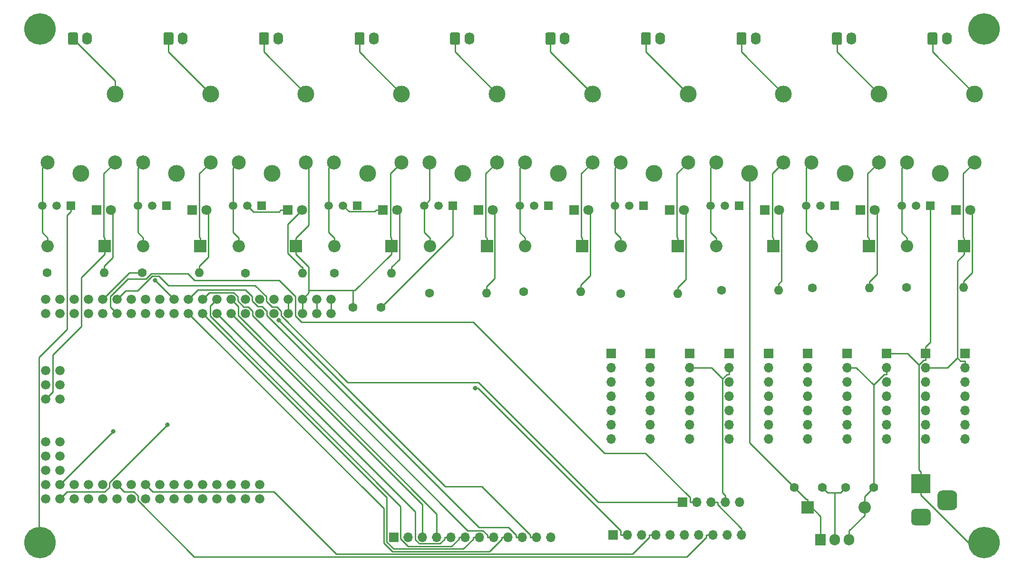
<source format=gbr>
%TF.GenerationSoftware,KiCad,Pcbnew,(5.1.7)-1*%
%TF.CreationDate,2023-02-24T20:45:29+00:00*%
%TF.ProjectId,quizbuzzer,7175697a-6275-47a7-9a65-722e6b696361,V0.1.0*%
%TF.SameCoordinates,Original*%
%TF.FileFunction,Copper,L2,Bot*%
%TF.FilePolarity,Positive*%
%FSLAX46Y46*%
G04 Gerber Fmt 4.6, Leading zero omitted, Abs format (unit mm)*
G04 Created by KiCad (PCBNEW (5.1.7)-1) date 2023-02-24 20:45:29*
%MOMM*%
%LPD*%
G01*
G04 APERTURE LIST*
%TA.AperFunction,ComponentPad*%
%ADD10C,5.600000*%
%TD*%
%TA.AperFunction,ComponentPad*%
%ADD11O,1.700000X1.700000*%
%TD*%
%TA.AperFunction,ComponentPad*%
%ADD12R,1.700000X1.700000*%
%TD*%
%TA.AperFunction,ComponentPad*%
%ADD13R,1.500000X1.500000*%
%TD*%
%TA.AperFunction,ComponentPad*%
%ADD14C,1.500000*%
%TD*%
%TA.AperFunction,ComponentPad*%
%ADD15C,1.676400*%
%TD*%
%TA.AperFunction,ComponentPad*%
%ADD16O,1.905000X2.000000*%
%TD*%
%TA.AperFunction,ComponentPad*%
%ADD17R,1.905000X2.000000*%
%TD*%
%TA.AperFunction,ComponentPad*%
%ADD18O,1.600000X1.600000*%
%TD*%
%TA.AperFunction,ComponentPad*%
%ADD19C,1.600000*%
%TD*%
%TA.AperFunction,ComponentPad*%
%ADD20C,3.000000*%
%TD*%
%TA.AperFunction,ComponentPad*%
%ADD21C,2.500000*%
%TD*%
%TA.AperFunction,ComponentPad*%
%ADD22O,1.740000X2.190000*%
%TD*%
%TA.AperFunction,ComponentPad*%
%ADD23R,3.500000X3.500000*%
%TD*%
%TA.AperFunction,ComponentPad*%
%ADD24C,1.800000*%
%TD*%
%TA.AperFunction,ComponentPad*%
%ADD25R,1.800000X1.800000*%
%TD*%
%TA.AperFunction,ComponentPad*%
%ADD26O,2.200000X2.200000*%
%TD*%
%TA.AperFunction,ComponentPad*%
%ADD27R,2.200000X2.200000*%
%TD*%
%TA.AperFunction,ViaPad*%
%ADD28C,0.800000*%
%TD*%
%TA.AperFunction,Conductor*%
%ADD29C,0.250000*%
%TD*%
G04 APERTURE END LIST*
D10*
%TO.P,H4,1*%
%TO.N,GND*%
X203970000Y-16410000D03*
%TD*%
%TO.P,H3,1*%
%TO.N,GND*%
X35950000Y-16410000D03*
%TD*%
%TO.P,H2,1*%
%TO.N,GND*%
X203970000Y-107940000D03*
%TD*%
%TO.P,H1,1*%
%TO.N,GND*%
X35950000Y-107940000D03*
%TD*%
D11*
%TO.P,J2,12*%
%TO.N,GND*%
X126890000Y-106950000D03*
%TO.P,J2,11*%
%TO.N,Net-(J2-Pad11)*%
X124350000Y-106950000D03*
%TO.P,J2,10*%
%TO.N,Net-(J2-Pad10)*%
X121810000Y-106950000D03*
%TO.P,J2,9*%
%TO.N,Net-(J2-Pad9)*%
X119270000Y-106950000D03*
%TO.P,J2,8*%
%TO.N,Net-(J2-Pad8)*%
X116730000Y-106950000D03*
%TO.P,J2,7*%
%TO.N,Net-(J2-Pad7)*%
X114190000Y-106950000D03*
%TO.P,J2,6*%
%TO.N,Net-(J2-Pad6)*%
X111650000Y-106950000D03*
%TO.P,J2,5*%
%TO.N,Net-(J2-Pad5)*%
X109110000Y-106950000D03*
%TO.P,J2,4*%
%TO.N,Net-(J2-Pad4)*%
X106570000Y-106950000D03*
%TO.P,J2,3*%
%TO.N,Net-(J2-Pad3)*%
X104030000Y-106950000D03*
%TO.P,J2,2*%
%TO.N,+5V*%
X101490000Y-106950000D03*
D12*
%TO.P,J2,1*%
%TO.N,GND*%
X98950000Y-106950000D03*
%TD*%
D13*
%TO.P,Q10,1*%
%TO.N,GND*%
X194400000Y-47870000D03*
D14*
%TO.P,Q10,3*%
%TO.N,Net-(D20-Pad2)*%
X189320000Y-47870000D03*
%TO.P,Q10,2*%
%TO.N,Net-(D21-Pad1)*%
X191860000Y-47870000D03*
%TD*%
D13*
%TO.P,Q9,1*%
%TO.N,GND*%
X177400000Y-47870000D03*
D14*
%TO.P,Q9,3*%
%TO.N,Net-(D18-Pad2)*%
X172320000Y-47870000D03*
%TO.P,Q9,2*%
%TO.N,Net-(D19-Pad1)*%
X174860000Y-47870000D03*
%TD*%
D13*
%TO.P,Q8,1*%
%TO.N,GND*%
X160400000Y-47870000D03*
D14*
%TO.P,Q8,3*%
%TO.N,Net-(D13-Pad2)*%
X155320000Y-47870000D03*
%TO.P,Q8,2*%
%TO.N,Net-(D17-Pad1)*%
X157860000Y-47870000D03*
%TD*%
D13*
%TO.P,Q7,1*%
%TO.N,GND*%
X143400000Y-47870000D03*
D14*
%TO.P,Q7,3*%
%TO.N,Net-(D12-Pad2)*%
X138320000Y-47870000D03*
%TO.P,Q7,2*%
%TO.N,Net-(D16-Pad1)*%
X140860000Y-47870000D03*
%TD*%
D13*
%TO.P,Q6,1*%
%TO.N,GND*%
X126400000Y-47870000D03*
D14*
%TO.P,Q6,3*%
%TO.N,Net-(D11-Pad2)*%
X121320000Y-47870000D03*
%TO.P,Q6,2*%
%TO.N,Net-(D15-Pad1)*%
X123860000Y-47870000D03*
%TD*%
D13*
%TO.P,Q5,1*%
%TO.N,GND*%
X109400000Y-47870000D03*
D14*
%TO.P,Q5,3*%
%TO.N,Net-(D10-Pad2)*%
X104320000Y-47870000D03*
%TO.P,Q5,2*%
%TO.N,Net-(D14-Pad1)*%
X106860000Y-47870000D03*
%TD*%
D13*
%TO.P,Q4,1*%
%TO.N,GND*%
X92400000Y-47870000D03*
D14*
%TO.P,Q4,3*%
%TO.N,Net-(D5-Pad2)*%
X87320000Y-47870000D03*
%TO.P,Q4,2*%
%TO.N,Net-(D9-Pad1)*%
X89860000Y-47870000D03*
%TD*%
D13*
%TO.P,Q3,1*%
%TO.N,GND*%
X75400000Y-47870000D03*
D14*
%TO.P,Q3,3*%
%TO.N,Net-(D4-Pad2)*%
X70320000Y-47870000D03*
%TO.P,Q3,2*%
%TO.N,Net-(D8-Pad1)*%
X72860000Y-47870000D03*
%TD*%
D13*
%TO.P,Q2,1*%
%TO.N,GND*%
X58400000Y-47870000D03*
D14*
%TO.P,Q2,3*%
%TO.N,Net-(D3-Pad2)*%
X53320000Y-47870000D03*
%TO.P,Q2,2*%
%TO.N,Net-(D7-Pad1)*%
X55860000Y-47870000D03*
%TD*%
D13*
%TO.P,Q1,1*%
%TO.N,GND*%
X41400000Y-47870000D03*
D14*
%TO.P,Q1,3*%
%TO.N,Net-(D2-Pad2)*%
X36320000Y-47870000D03*
%TO.P,Q1,2*%
%TO.N,Net-(D6-Pad1)*%
X38860000Y-47870000D03*
%TD*%
D15*
%TO.P,XA1,VIN*%
%TO.N,Net-(XA1-PadVIN)*%
X87730000Y-67090000D03*
X87730000Y-64550000D03*
%TO.P,XA1,GND1*%
%TO.N,GND*%
X85190000Y-67090000D03*
%TO.P,XA1,GND2*%
X85190000Y-64550000D03*
%TO.P,XA1,5V2*%
%TO.N,+5V*%
X82650000Y-64550000D03*
%TO.P,XA1,5V1*%
X82650000Y-67090000D03*
%TO.P,XA1,3V3*%
%TO.N,Net-(XA1-Pad3V3)*%
X80110000Y-67090000D03*
X80110000Y-64550000D03*
%TO.P,XA1,RST*%
%TO.N,N/C*%
X77570000Y-64550000D03*
%TO.P,XA1,AREF*%
%TO.N,Net-(XA1-PadAREF)*%
X77570000Y-67090000D03*
%TO.P,XA1,D0*%
%TO.N,Net-(XA1-PadD0)*%
X75030000Y-67090000D03*
%TO.P,XA1,D1*%
%TO.N,Net-(XA1-PadD1)*%
X75030000Y-64550000D03*
%TO.P,XA1,D3*%
%TO.N,Net-(XA1-PadD3)*%
X72490000Y-64550000D03*
%TO.P,XA1,D5*%
%TO.N,Net-(J2-Pad4)*%
X69950000Y-64550000D03*
%TO.P,XA1,D7*%
%TO.N,Net-(J2-Pad6)*%
X67410000Y-64550000D03*
%TO.P,XA1,D9*%
%TO.N,Net-(J2-Pad8)*%
X64870000Y-64550000D03*
%TO.P,XA1,D11*%
%TO.N,Net-(J2-Pad10)*%
X62330000Y-64550000D03*
%TO.P,XA1,D13*%
%TO.N,Lamp1*%
X59790000Y-64550000D03*
%TO.P,XA1,D15*%
%TO.N,Net-(XA1-PadD15)*%
X57250000Y-64550000D03*
%TO.P,XA1,D17*%
%TO.N,Net-(XA1-PadD17)*%
X54710000Y-64550000D03*
%TO.P,XA1,D19*%
%TO.N,Net-(XA1-PadD19)*%
X52170000Y-64550000D03*
%TO.P,XA1,D21*%
%TO.N,SCL*%
X49630000Y-64550000D03*
%TO.P,XA1,D2*%
%TO.N,Net-(XA1-PadD2)*%
X72490000Y-67090000D03*
%TO.P,XA1,D4*%
%TO.N,Net-(J2-Pad3)*%
X69950000Y-67090000D03*
%TO.P,XA1,D6*%
%TO.N,Net-(J2-Pad5)*%
X67410000Y-67090000D03*
%TO.P,XA1,D8*%
%TO.N,Net-(J2-Pad7)*%
X64870000Y-67090000D03*
%TO.P,XA1,D10*%
%TO.N,Net-(J2-Pad9)*%
X62330000Y-67090000D03*
%TO.P,XA1,D12*%
%TO.N,Net-(J2-Pad11)*%
X59790000Y-67090000D03*
%TO.P,XA1,D14*%
%TO.N,Net-(XA1-PadD14)*%
X57250000Y-67090000D03*
%TO.P,XA1,D16*%
%TO.N,Net-(XA1-PadD16)*%
X54710000Y-67090000D03*
%TO.P,XA1,D18*%
%TO.N,Net-(XA1-PadD18)*%
X52170000Y-67090000D03*
%TO.P,XA1,D20*%
%TO.N,SDA*%
X49630000Y-67090000D03*
%TO.P,XA1,D23*%
%TO.N,Lamp3*%
X47090000Y-64550000D03*
%TO.P,XA1,D25*%
%TO.N,Lamp5*%
X44550000Y-64550000D03*
%TO.P,XA1,D27*%
%TO.N,Lamp7*%
X42010000Y-64550000D03*
%TO.P,XA1,D29*%
%TO.N,Lamp9*%
X39470000Y-64550000D03*
%TO.P,XA1,D31*%
%TO.N,Net-(J1-Pad2)*%
X36930000Y-64550000D03*
%TO.P,XA1,D30*%
%TO.N,Lamp10*%
X36930000Y-67090000D03*
%TO.P,XA1,D28*%
%TO.N,Lamp8*%
X39470000Y-67090000D03*
%TO.P,XA1,D26*%
%TO.N,Lamp6*%
X42010000Y-67090000D03*
%TO.P,XA1,D24*%
%TO.N,Lamp4*%
X44550000Y-67090000D03*
%TO.P,XA1,D22*%
%TO.N,Lamp2*%
X47090000Y-67090000D03*
%TO.P,XA1,A1*%
%TO.N,Net-(XA1-PadA1)*%
X75030000Y-97570000D03*
%TO.P,XA1,A0*%
%TO.N,Net-(XA1-PadA0)*%
X75030000Y-100110000D03*
%TO.P,XA1,A2*%
%TO.N,Net-(XA1-PadA2)*%
X72490000Y-100110000D03*
%TO.P,XA1,A3*%
%TO.N,Net-(XA1-PadA3)*%
X72490000Y-97570000D03*
%TO.P,XA1,A5*%
%TO.N,Net-(XA1-PadA5)*%
X69950000Y-97570000D03*
%TO.P,XA1,A4*%
%TO.N,Net-(XA1-PadA4)*%
X69950000Y-100110000D03*
%TO.P,XA1,A6*%
%TO.N,Net-(XA1-PadA6)*%
X67410000Y-100110000D03*
%TO.P,XA1,A7*%
%TO.N,Net-(XA1-PadA7)*%
X67410000Y-97570000D03*
%TO.P,XA1,A8*%
%TO.N,Net-(XA1-PadA8)*%
X64870000Y-100110000D03*
%TO.P,XA1,A9*%
%TO.N,Net-(XA1-PadA9)*%
X64870000Y-97570000D03*
%TO.P,XA1,A10*%
%TO.N,Net-(XA1-PadA10)*%
X62330000Y-100110000D03*
%TO.P,XA1,A11*%
%TO.N,Net-(XA1-PadA11)*%
X62330000Y-97570000D03*
%TO.P,XA1,A12*%
%TO.N,Net-(XA1-PadA12)*%
X59790000Y-100110000D03*
%TO.P,XA1,A13*%
%TO.N,Net-(XA1-PadA13)*%
X59790000Y-97570000D03*
%TO.P,XA1,A14*%
%TO.N,Net-(XA1-PadA14)*%
X57250000Y-100110000D03*
%TO.P,XA1,A15*%
%TO.N,Net-(XA1-PadA15)*%
X57250000Y-97570000D03*
%TO.P,XA1,D32*%
%TO.N,Net-(J1-Pad3)*%
X54710000Y-100110000D03*
%TO.P,XA1,D33*%
%TO.N,Net-(J1-Pad4)*%
X54710000Y-97570000D03*
%TO.P,XA1,D34*%
%TO.N,Net-(J1-Pad5)*%
X52170000Y-100110000D03*
%TO.P,XA1,D35*%
%TO.N,Net-(J1-Pad6)*%
X52170000Y-97570000D03*
%TO.P,XA1,D36*%
%TO.N,Net-(J1-Pad7)*%
X49630000Y-100110000D03*
%TO.P,XA1,D37*%
%TO.N,Net-(J1-Pad8)*%
X49630000Y-97570000D03*
%TO.P,XA1,D38*%
%TO.N,Net-(J1-Pad9)*%
X47090000Y-100110000D03*
%TO.P,XA1,D39*%
%TO.N,Net-(XA1-PadD39)*%
X47090000Y-97570000D03*
%TO.P,XA1,D40*%
%TO.N,Net-(XA1-PadD40)*%
X44550000Y-100110000D03*
%TO.P,XA1,D41*%
%TO.N,Net-(XA1-PadD41)*%
X44550000Y-97570000D03*
%TO.P,XA1,D42*%
%TO.N,Net-(XA1-PadD42)*%
X42010000Y-100110000D03*
%TO.P,XA1,D43*%
%TO.N,Net-(XA1-PadD43)*%
X42010000Y-97570000D03*
%TO.P,XA1,D44*%
%TO.N,Rec1*%
X39470000Y-100110000D03*
%TO.P,XA1,D45*%
%TO.N,Rec2*%
X39470000Y-97570000D03*
%TO.P,XA1,D46*%
%TO.N,Rec3*%
X36930000Y-100110000D03*
%TO.P,XA1,D47*%
%TO.N,Rec4*%
X36930000Y-97570000D03*
%TO.P,XA1,D48*%
%TO.N,Rec5*%
X36930000Y-95030000D03*
%TO.P,XA1,D49*%
%TO.N,Rec6*%
X39470000Y-95030000D03*
%TO.P,XA1,D51*%
%TO.N,Rec8*%
X39470000Y-92490000D03*
%TO.P,XA1,D50*%
%TO.N,Rec7*%
X36930000Y-92490000D03*
%TO.P,XA1,D52*%
%TO.N,Rec9*%
X36930000Y-89950000D03*
%TO.P,XA1,D53*%
%TO.N,Rec10*%
X39470000Y-89950000D03*
%TO.P,XA1,RST1*%
%TO.N,Net-(XA1-PadRST1)*%
X39470000Y-77250000D03*
%TO.P,XA1,GND3*%
%TO.N,N/C*%
X36930000Y-77250000D03*
%TO.P,XA1,SCK*%
%TO.N,Net-(XA1-PadSCK)*%
X39470000Y-79790000D03*
%TO.P,XA1,MISO*%
%TO.N,Net-(XA1-PadMISO)*%
X39470000Y-82330000D03*
%TO.P,XA1,5V3*%
%TO.N,+5V*%
X36930000Y-82330000D03*
%TO.P,XA1,MOSI*%
%TO.N,Net-(XA1-PadMOSI)*%
X36930000Y-79790000D03*
%TD*%
D16*
%TO.P,U1,3*%
%TO.N,+5V*%
X179980000Y-107420000D03*
%TO.P,U1,2*%
%TO.N,GND*%
X177440000Y-107420000D03*
D17*
%TO.P,U1,1*%
%TO.N,+12V*%
X174900000Y-107420000D03*
%TD*%
D18*
%TO.P,R18,2*%
%TO.N,Net-(D21-Pad2)*%
X200380000Y-62490000D03*
D19*
%TO.P,R18,1*%
%TO.N,Lamp10*%
X190220000Y-62490000D03*
%TD*%
D18*
%TO.P,R17,2*%
%TO.N,Net-(D19-Pad2)*%
X183570000Y-62530000D03*
D19*
%TO.P,R17,1*%
%TO.N,Lamp9*%
X173410000Y-62530000D03*
%TD*%
D18*
%TO.P,R16,2*%
%TO.N,Net-(D17-Pad2)*%
X167430000Y-62920000D03*
D19*
%TO.P,R16,1*%
%TO.N,Lamp8*%
X157270000Y-62920000D03*
%TD*%
D18*
%TO.P,R15,2*%
%TO.N,Net-(D16-Pad2)*%
X149500000Y-63570000D03*
D19*
%TO.P,R15,1*%
%TO.N,Lamp6*%
X139340000Y-63570000D03*
%TD*%
D18*
%TO.P,R14,2*%
%TO.N,Net-(D15-Pad2)*%
X132200000Y-63180000D03*
D19*
%TO.P,R14,1*%
%TO.N,Lamp4*%
X122040000Y-63180000D03*
%TD*%
D18*
%TO.P,R13,2*%
%TO.N,Net-(D14-Pad2)*%
X115420000Y-63440000D03*
D19*
%TO.P,R13,1*%
%TO.N,Lamp2*%
X105260000Y-63440000D03*
%TD*%
D18*
%TO.P,R12,2*%
%TO.N,Net-(D9-Pad2)*%
X98520000Y-59930000D03*
D19*
%TO.P,R12,1*%
%TO.N,Lamp7*%
X88360000Y-59930000D03*
%TD*%
D18*
%TO.P,R11,2*%
%TO.N,Net-(D8-Pad2)*%
X82650000Y-59930000D03*
D19*
%TO.P,R11,1*%
%TO.N,Lamp5*%
X72490000Y-59930000D03*
%TD*%
D18*
%TO.P,R10,2*%
%TO.N,Net-(D7-Pad2)*%
X64250000Y-59800000D03*
D19*
%TO.P,R10,1*%
%TO.N,Lamp3*%
X54090000Y-59800000D03*
%TD*%
D18*
%TO.P,R9,2*%
%TO.N,Net-(D6-Pad2)*%
X47330000Y-59790000D03*
D19*
%TO.P,R9,1*%
%TO.N,Lamp1*%
X37170000Y-59790000D03*
%TD*%
D20*
%TO.P,K10,1*%
%TO.N,+12V*%
X196230000Y-42110000D03*
D21*
%TO.P,K10,5*%
%TO.N,Net-(D20-Pad2)*%
X190280000Y-40160000D03*
D20*
%TO.P,K10,3*%
%TO.N,Net-(J24-Pad1)*%
X202280000Y-27960000D03*
D21*
%TO.P,K10,2*%
%TO.N,+5V*%
X202280000Y-40160000D03*
%TD*%
D20*
%TO.P,K9,1*%
%TO.N,+12V*%
X179230000Y-42110000D03*
D21*
%TO.P,K9,5*%
%TO.N,Net-(D18-Pad2)*%
X173280000Y-40160000D03*
D20*
%TO.P,K9,3*%
%TO.N,Net-(J23-Pad1)*%
X185280000Y-27960000D03*
D21*
%TO.P,K9,2*%
%TO.N,+5V*%
X185280000Y-40160000D03*
%TD*%
D20*
%TO.P,K8,1*%
%TO.N,+12V*%
X162230000Y-42110000D03*
D21*
%TO.P,K8,5*%
%TO.N,Net-(D13-Pad2)*%
X156280000Y-40160000D03*
D20*
%TO.P,K8,3*%
%TO.N,Net-(J22-Pad1)*%
X168280000Y-27960000D03*
D21*
%TO.P,K8,2*%
%TO.N,+5V*%
X168280000Y-40160000D03*
%TD*%
D20*
%TO.P,K7,1*%
%TO.N,+12V*%
X145230000Y-42110000D03*
D21*
%TO.P,K7,5*%
%TO.N,Net-(D12-Pad2)*%
X139280000Y-40160000D03*
D20*
%TO.P,K7,3*%
%TO.N,Net-(J21-Pad1)*%
X151280000Y-27960000D03*
D21*
%TO.P,K7,2*%
%TO.N,+5V*%
X151280000Y-40160000D03*
%TD*%
D20*
%TO.P,K6,1*%
%TO.N,+12V*%
X128230000Y-42110000D03*
D21*
%TO.P,K6,5*%
%TO.N,Net-(D11-Pad2)*%
X122280000Y-40160000D03*
D20*
%TO.P,K6,3*%
%TO.N,Net-(J20-Pad1)*%
X134280000Y-27960000D03*
D21*
%TO.P,K6,2*%
%TO.N,+5V*%
X134280000Y-40160000D03*
%TD*%
D20*
%TO.P,K5,1*%
%TO.N,+12V*%
X111230000Y-42110000D03*
D21*
%TO.P,K5,5*%
%TO.N,Net-(D10-Pad2)*%
X105280000Y-40160000D03*
D20*
%TO.P,K5,3*%
%TO.N,Net-(J19-Pad1)*%
X117280000Y-27960000D03*
D21*
%TO.P,K5,2*%
%TO.N,+5V*%
X117280000Y-40160000D03*
%TD*%
D20*
%TO.P,K4,1*%
%TO.N,+12V*%
X94230000Y-42110000D03*
D21*
%TO.P,K4,5*%
%TO.N,Net-(D5-Pad2)*%
X88280000Y-40160000D03*
D20*
%TO.P,K4,3*%
%TO.N,Net-(J18-Pad1)*%
X100280000Y-27960000D03*
D21*
%TO.P,K4,2*%
%TO.N,+5V*%
X100280000Y-40160000D03*
%TD*%
D20*
%TO.P,K3,1*%
%TO.N,+12V*%
X77230000Y-42110000D03*
D21*
%TO.P,K3,5*%
%TO.N,Net-(D4-Pad2)*%
X71280000Y-40160000D03*
D20*
%TO.P,K3,3*%
%TO.N,Net-(J17-Pad1)*%
X83280000Y-27960000D03*
D21*
%TO.P,K3,2*%
%TO.N,+5V*%
X83280000Y-40160000D03*
%TD*%
D20*
%TO.P,K2,1*%
%TO.N,+12V*%
X60230000Y-42110000D03*
D21*
%TO.P,K2,5*%
%TO.N,Net-(D3-Pad2)*%
X54280000Y-40160000D03*
D20*
%TO.P,K2,3*%
%TO.N,Net-(J16-Pad1)*%
X66280000Y-27960000D03*
D21*
%TO.P,K2,2*%
%TO.N,+5V*%
X66280000Y-40160000D03*
%TD*%
D20*
%TO.P,K1,1*%
%TO.N,+12V*%
X43230000Y-42110000D03*
D21*
%TO.P,K1,5*%
%TO.N,Net-(D2-Pad2)*%
X37280000Y-40160000D03*
D20*
%TO.P,K1,3*%
%TO.N,Net-(J15-Pad1)*%
X49280000Y-27960000D03*
D21*
%TO.P,K1,2*%
%TO.N,+5V*%
X49280000Y-40160000D03*
%TD*%
D22*
%TO.P,J24,2*%
%TO.N,GND*%
X197340000Y-18110000D03*
%TO.P,J24,1*%
%TO.N,Net-(J24-Pad1)*%
%TA.AperFunction,ComponentPad*%
G36*
G01*
X193930000Y-18955001D02*
X193930000Y-17264999D01*
G75*
G02*
X194179999Y-17015000I249999J0D01*
G01*
X195420001Y-17015000D01*
G75*
G02*
X195670000Y-17264999I0J-249999D01*
G01*
X195670000Y-18955001D01*
G75*
G02*
X195420001Y-19205000I-249999J0D01*
G01*
X194179999Y-19205000D01*
G75*
G02*
X193930000Y-18955001I0J249999D01*
G01*
G37*
%TD.AperFunction*%
%TD*%
%TO.P,J23,2*%
%TO.N,GND*%
X180340000Y-18110000D03*
%TO.P,J23,1*%
%TO.N,Net-(J23-Pad1)*%
%TA.AperFunction,ComponentPad*%
G36*
G01*
X176930000Y-18955001D02*
X176930000Y-17264999D01*
G75*
G02*
X177179999Y-17015000I249999J0D01*
G01*
X178420001Y-17015000D01*
G75*
G02*
X178670000Y-17264999I0J-249999D01*
G01*
X178670000Y-18955001D01*
G75*
G02*
X178420001Y-19205000I-249999J0D01*
G01*
X177179999Y-19205000D01*
G75*
G02*
X176930000Y-18955001I0J249999D01*
G01*
G37*
%TD.AperFunction*%
%TD*%
%TO.P,J22,2*%
%TO.N,GND*%
X163340000Y-18110000D03*
%TO.P,J22,1*%
%TO.N,Net-(J22-Pad1)*%
%TA.AperFunction,ComponentPad*%
G36*
G01*
X159930000Y-18955001D02*
X159930000Y-17264999D01*
G75*
G02*
X160179999Y-17015000I249999J0D01*
G01*
X161420001Y-17015000D01*
G75*
G02*
X161670000Y-17264999I0J-249999D01*
G01*
X161670000Y-18955001D01*
G75*
G02*
X161420001Y-19205000I-249999J0D01*
G01*
X160179999Y-19205000D01*
G75*
G02*
X159930000Y-18955001I0J249999D01*
G01*
G37*
%TD.AperFunction*%
%TD*%
%TO.P,J21,2*%
%TO.N,GND*%
X146340000Y-18110000D03*
%TO.P,J21,1*%
%TO.N,Net-(J21-Pad1)*%
%TA.AperFunction,ComponentPad*%
G36*
G01*
X142930000Y-18955001D02*
X142930000Y-17264999D01*
G75*
G02*
X143179999Y-17015000I249999J0D01*
G01*
X144420001Y-17015000D01*
G75*
G02*
X144670000Y-17264999I0J-249999D01*
G01*
X144670000Y-18955001D01*
G75*
G02*
X144420001Y-19205000I-249999J0D01*
G01*
X143179999Y-19205000D01*
G75*
G02*
X142930000Y-18955001I0J249999D01*
G01*
G37*
%TD.AperFunction*%
%TD*%
%TO.P,J20,2*%
%TO.N,GND*%
X129340000Y-18110000D03*
%TO.P,J20,1*%
%TO.N,Net-(J20-Pad1)*%
%TA.AperFunction,ComponentPad*%
G36*
G01*
X125930000Y-18955001D02*
X125930000Y-17264999D01*
G75*
G02*
X126179999Y-17015000I249999J0D01*
G01*
X127420001Y-17015000D01*
G75*
G02*
X127670000Y-17264999I0J-249999D01*
G01*
X127670000Y-18955001D01*
G75*
G02*
X127420001Y-19205000I-249999J0D01*
G01*
X126179999Y-19205000D01*
G75*
G02*
X125930000Y-18955001I0J249999D01*
G01*
G37*
%TD.AperFunction*%
%TD*%
%TO.P,J19,2*%
%TO.N,GND*%
X112340000Y-18110000D03*
%TO.P,J19,1*%
%TO.N,Net-(J19-Pad1)*%
%TA.AperFunction,ComponentPad*%
G36*
G01*
X108930000Y-18955001D02*
X108930000Y-17264999D01*
G75*
G02*
X109179999Y-17015000I249999J0D01*
G01*
X110420001Y-17015000D01*
G75*
G02*
X110670000Y-17264999I0J-249999D01*
G01*
X110670000Y-18955001D01*
G75*
G02*
X110420001Y-19205000I-249999J0D01*
G01*
X109179999Y-19205000D01*
G75*
G02*
X108930000Y-18955001I0J249999D01*
G01*
G37*
%TD.AperFunction*%
%TD*%
%TO.P,J18,2*%
%TO.N,GND*%
X95340000Y-18110000D03*
%TO.P,J18,1*%
%TO.N,Net-(J18-Pad1)*%
%TA.AperFunction,ComponentPad*%
G36*
G01*
X91930000Y-18955001D02*
X91930000Y-17264999D01*
G75*
G02*
X92179999Y-17015000I249999J0D01*
G01*
X93420001Y-17015000D01*
G75*
G02*
X93670000Y-17264999I0J-249999D01*
G01*
X93670000Y-18955001D01*
G75*
G02*
X93420001Y-19205000I-249999J0D01*
G01*
X92179999Y-19205000D01*
G75*
G02*
X91930000Y-18955001I0J249999D01*
G01*
G37*
%TD.AperFunction*%
%TD*%
%TO.P,J17,2*%
%TO.N,GND*%
X78340000Y-18110000D03*
%TO.P,J17,1*%
%TO.N,Net-(J17-Pad1)*%
%TA.AperFunction,ComponentPad*%
G36*
G01*
X74930000Y-18955001D02*
X74930000Y-17264999D01*
G75*
G02*
X75179999Y-17015000I249999J0D01*
G01*
X76420001Y-17015000D01*
G75*
G02*
X76670000Y-17264999I0J-249999D01*
G01*
X76670000Y-18955001D01*
G75*
G02*
X76420001Y-19205000I-249999J0D01*
G01*
X75179999Y-19205000D01*
G75*
G02*
X74930000Y-18955001I0J249999D01*
G01*
G37*
%TD.AperFunction*%
%TD*%
%TO.P,J16,2*%
%TO.N,GND*%
X61340000Y-18110000D03*
%TO.P,J16,1*%
%TO.N,Net-(J16-Pad1)*%
%TA.AperFunction,ComponentPad*%
G36*
G01*
X57930000Y-18955001D02*
X57930000Y-17264999D01*
G75*
G02*
X58179999Y-17015000I249999J0D01*
G01*
X59420001Y-17015000D01*
G75*
G02*
X59670000Y-17264999I0J-249999D01*
G01*
X59670000Y-18955001D01*
G75*
G02*
X59420001Y-19205000I-249999J0D01*
G01*
X58179999Y-19205000D01*
G75*
G02*
X57930000Y-18955001I0J249999D01*
G01*
G37*
%TD.AperFunction*%
%TD*%
%TO.P,J15,2*%
%TO.N,GND*%
X44340000Y-18110000D03*
%TO.P,J15,1*%
%TO.N,Net-(J15-Pad1)*%
%TA.AperFunction,ComponentPad*%
G36*
G01*
X40930000Y-18955001D02*
X40930000Y-17264999D01*
G75*
G02*
X41179999Y-17015000I249999J0D01*
G01*
X42420001Y-17015000D01*
G75*
G02*
X42670000Y-17264999I0J-249999D01*
G01*
X42670000Y-18955001D01*
G75*
G02*
X42420001Y-19205000I-249999J0D01*
G01*
X41179999Y-19205000D01*
G75*
G02*
X40930000Y-18955001I0J249999D01*
G01*
G37*
%TD.AperFunction*%
%TD*%
D11*
%TO.P,J14,7*%
%TO.N,Net-(J14-Pad7)*%
X200590000Y-89450000D03*
%TO.P,J14,6*%
%TO.N,Rec10*%
X200590000Y-86910000D03*
%TO.P,J14,5*%
%TO.N,Net-(J14-Pad5)*%
X200590000Y-84370000D03*
%TO.P,J14,4*%
%TO.N,Net-(J14-Pad4)*%
X200590000Y-81830000D03*
%TO.P,J14,3*%
%TO.N,Net-(J14-Pad3)*%
X200590000Y-79290000D03*
%TO.P,J14,2*%
%TO.N,+5V*%
X200590000Y-76750000D03*
D12*
%TO.P,J14,1*%
%TO.N,GND*%
X200590000Y-74210000D03*
%TD*%
D11*
%TO.P,J13,7*%
%TO.N,Net-(J13-Pad7)*%
X186590000Y-89450000D03*
%TO.P,J13,6*%
%TO.N,Rec8*%
X186590000Y-86910000D03*
%TO.P,J13,5*%
%TO.N,Net-(J13-Pad5)*%
X186590000Y-84370000D03*
%TO.P,J13,4*%
%TO.N,Net-(J13-Pad4)*%
X186590000Y-81830000D03*
%TO.P,J13,3*%
%TO.N,Net-(J13-Pad3)*%
X186590000Y-79290000D03*
%TO.P,J13,2*%
%TO.N,+5V*%
X186590000Y-76750000D03*
D12*
%TO.P,J13,1*%
%TO.N,GND*%
X186590000Y-74210000D03*
%TD*%
D11*
%TO.P,J12,7*%
%TO.N,Net-(J12-Pad7)*%
X179590000Y-89450000D03*
%TO.P,J12,6*%
%TO.N,Rec7*%
X179590000Y-86910000D03*
%TO.P,J12,5*%
%TO.N,Net-(J12-Pad5)*%
X179590000Y-84370000D03*
%TO.P,J12,4*%
%TO.N,Net-(J12-Pad4)*%
X179590000Y-81830000D03*
%TO.P,J12,3*%
%TO.N,Net-(J12-Pad3)*%
X179590000Y-79290000D03*
%TO.P,J12,2*%
%TO.N,+5V*%
X179590000Y-76750000D03*
D12*
%TO.P,J12,1*%
%TO.N,GND*%
X179590000Y-74210000D03*
%TD*%
D11*
%TO.P,J11,7*%
%TO.N,Net-(J11-Pad7)*%
X172590000Y-89450000D03*
%TO.P,J11,6*%
%TO.N,Rec6*%
X172590000Y-86910000D03*
%TO.P,J11,5*%
%TO.N,Net-(J11-Pad5)*%
X172590000Y-84370000D03*
%TO.P,J11,4*%
%TO.N,Net-(J11-Pad4)*%
X172590000Y-81830000D03*
%TO.P,J11,3*%
%TO.N,Net-(J11-Pad3)*%
X172590000Y-79290000D03*
%TO.P,J11,2*%
%TO.N,+5V*%
X172590000Y-76750000D03*
D12*
%TO.P,J11,1*%
%TO.N,GND*%
X172590000Y-74210000D03*
%TD*%
D11*
%TO.P,J10,7*%
%TO.N,Net-(J10-Pad7)*%
X165590000Y-89450000D03*
%TO.P,J10,6*%
%TO.N,Rec5*%
X165590000Y-86910000D03*
%TO.P,J10,5*%
%TO.N,Net-(J10-Pad5)*%
X165590000Y-84370000D03*
%TO.P,J10,4*%
%TO.N,Net-(J10-Pad4)*%
X165590000Y-81830000D03*
%TO.P,J10,3*%
%TO.N,Net-(J10-Pad3)*%
X165590000Y-79290000D03*
%TO.P,J10,2*%
%TO.N,+5V*%
X165590000Y-76750000D03*
D12*
%TO.P,J10,1*%
%TO.N,GND*%
X165590000Y-74210000D03*
%TD*%
D11*
%TO.P,J9,7*%
%TO.N,Net-(J9-Pad7)*%
X193590000Y-89450000D03*
%TO.P,J9,6*%
%TO.N,Rec9*%
X193590000Y-86910000D03*
%TO.P,J9,5*%
%TO.N,Net-(J9-Pad5)*%
X193590000Y-84370000D03*
%TO.P,J9,4*%
%TO.N,Net-(J9-Pad4)*%
X193590000Y-81830000D03*
%TO.P,J9,3*%
%TO.N,Net-(J9-Pad3)*%
X193590000Y-79290000D03*
%TO.P,J9,2*%
%TO.N,+5V*%
X193590000Y-76750000D03*
D12*
%TO.P,J9,1*%
%TO.N,GND*%
X193590000Y-74210000D03*
%TD*%
D11*
%TO.P,J8,7*%
%TO.N,Net-(J8-Pad7)*%
X158590000Y-89450000D03*
%TO.P,J8,6*%
%TO.N,Rec4*%
X158590000Y-86910000D03*
%TO.P,J8,5*%
%TO.N,Net-(J8-Pad5)*%
X158590000Y-84370000D03*
%TO.P,J8,4*%
%TO.N,Net-(J8-Pad4)*%
X158590000Y-81830000D03*
%TO.P,J8,3*%
%TO.N,Net-(J8-Pad3)*%
X158590000Y-79290000D03*
%TO.P,J8,2*%
%TO.N,+5V*%
X158590000Y-76750000D03*
D12*
%TO.P,J8,1*%
%TO.N,GND*%
X158590000Y-74210000D03*
%TD*%
D11*
%TO.P,J7,7*%
%TO.N,Net-(J7-Pad7)*%
X151590000Y-89450000D03*
%TO.P,J7,6*%
%TO.N,Rec3*%
X151590000Y-86910000D03*
%TO.P,J7,5*%
%TO.N,Net-(J7-Pad5)*%
X151590000Y-84370000D03*
%TO.P,J7,4*%
%TO.N,Net-(J7-Pad4)*%
X151590000Y-81830000D03*
%TO.P,J7,3*%
%TO.N,Net-(J7-Pad3)*%
X151590000Y-79290000D03*
%TO.P,J7,2*%
%TO.N,+5V*%
X151590000Y-76750000D03*
D12*
%TO.P,J7,1*%
%TO.N,GND*%
X151590000Y-74210000D03*
%TD*%
D11*
%TO.P,J6,7*%
%TO.N,Net-(J6-Pad7)*%
X144590000Y-89450000D03*
%TO.P,J6,6*%
%TO.N,Rec2*%
X144590000Y-86910000D03*
%TO.P,J6,5*%
%TO.N,Net-(J6-Pad5)*%
X144590000Y-84370000D03*
%TO.P,J6,4*%
%TO.N,Net-(J6-Pad4)*%
X144590000Y-81830000D03*
%TO.P,J6,3*%
%TO.N,Net-(J6-Pad3)*%
X144590000Y-79290000D03*
%TO.P,J6,2*%
%TO.N,+5V*%
X144590000Y-76750000D03*
D12*
%TO.P,J6,1*%
%TO.N,Net-(J6-Pad1)*%
X144590000Y-74210000D03*
%TD*%
D11*
%TO.P,J5,7*%
%TO.N,Net-(J5-Pad7)*%
X137590000Y-89450000D03*
%TO.P,J5,6*%
%TO.N,Rec1*%
X137590000Y-86910000D03*
%TO.P,J5,5*%
%TO.N,Net-(J5-Pad5)*%
X137590000Y-84370000D03*
%TO.P,J5,4*%
%TO.N,Net-(J5-Pad4)*%
X137590000Y-81830000D03*
%TO.P,J5,3*%
%TO.N,Net-(J5-Pad3)*%
X137590000Y-79290000D03*
%TO.P,J5,2*%
%TO.N,+5V*%
X137590000Y-76750000D03*
D12*
%TO.P,J5,1*%
%TO.N,GND*%
X137590000Y-74210000D03*
%TD*%
%TO.P,J4,3*%
%TO.N,N/C*%
%TA.AperFunction,ComponentPad*%
G36*
G01*
X198315000Y-102140000D02*
X196565000Y-102140000D01*
G75*
G02*
X195690000Y-101265000I0J875000D01*
G01*
X195690000Y-99515000D01*
G75*
G02*
X196565000Y-98640000I875000J0D01*
G01*
X198315000Y-98640000D01*
G75*
G02*
X199190000Y-99515000I0J-875000D01*
G01*
X199190000Y-101265000D01*
G75*
G02*
X198315000Y-102140000I-875000J0D01*
G01*
G37*
%TD.AperFunction*%
%TO.P,J4,2*%
%TO.N,+12V*%
%TA.AperFunction,ComponentPad*%
G36*
G01*
X193740000Y-104890000D02*
X191740000Y-104890000D01*
G75*
G02*
X190990000Y-104140000I0J750000D01*
G01*
X190990000Y-102640000D01*
G75*
G02*
X191740000Y-101890000I750000J0D01*
G01*
X193740000Y-101890000D01*
G75*
G02*
X194490000Y-102640000I0J-750000D01*
G01*
X194490000Y-104140000D01*
G75*
G02*
X193740000Y-104890000I-750000J0D01*
G01*
G37*
%TD.AperFunction*%
D23*
%TO.P,J4,1*%
%TO.N,GND*%
X192740000Y-97390000D03*
%TD*%
D11*
%TO.P,J3,5*%
%TO.N,N/C*%
X160440000Y-100720000D03*
%TO.P,J3,4*%
%TO.N,+5V*%
X157900000Y-100720000D03*
%TO.P,J3,3*%
%TO.N,GND*%
X155360000Y-100720000D03*
%TO.P,J3,2*%
%TO.N,SDA*%
X152820000Y-100720000D03*
D12*
%TO.P,J3,1*%
%TO.N,SCL*%
X150280000Y-100720000D03*
%TD*%
D11*
%TO.P,J1,10*%
%TO.N,GND*%
X160800000Y-106600000D03*
%TO.P,J1,9*%
%TO.N,Net-(J1-Pad9)*%
X158260000Y-106600000D03*
%TO.P,J1,8*%
%TO.N,Net-(J1-Pad8)*%
X155720000Y-106600000D03*
%TO.P,J1,7*%
%TO.N,Net-(J1-Pad7)*%
X153180000Y-106600000D03*
%TO.P,J1,6*%
%TO.N,Net-(J1-Pad6)*%
X150640000Y-106600000D03*
%TO.P,J1,5*%
%TO.N,Net-(J1-Pad5)*%
X148100000Y-106600000D03*
%TO.P,J1,4*%
%TO.N,Net-(J1-Pad4)*%
X145560000Y-106600000D03*
%TO.P,J1,3*%
%TO.N,Net-(J1-Pad3)*%
X143020000Y-106600000D03*
%TO.P,J1,2*%
%TO.N,Net-(J1-Pad2)*%
X140480000Y-106600000D03*
D12*
%TO.P,J1,1*%
%TO.N,+5V*%
X137940000Y-106600000D03*
%TD*%
D24*
%TO.P,D21,2*%
%TO.N,Net-(D21-Pad2)*%
X201530000Y-48670000D03*
D25*
%TO.P,D21,1*%
%TO.N,Net-(D21-Pad1)*%
X198990000Y-48670000D03*
%TD*%
D26*
%TO.P,D20,2*%
%TO.N,Net-(D20-Pad2)*%
X190310000Y-55080000D03*
D27*
%TO.P,D20,1*%
%TO.N,+5V*%
X200470000Y-55080000D03*
%TD*%
D24*
%TO.P,D19,2*%
%TO.N,Net-(D19-Pad2)*%
X184530000Y-48670000D03*
D25*
%TO.P,D19,1*%
%TO.N,Net-(D19-Pad1)*%
X181990000Y-48670000D03*
%TD*%
D26*
%TO.P,D18,2*%
%TO.N,Net-(D18-Pad2)*%
X173310000Y-55080000D03*
D27*
%TO.P,D18,1*%
%TO.N,+5V*%
X183470000Y-55080000D03*
%TD*%
D24*
%TO.P,D17,2*%
%TO.N,Net-(D17-Pad2)*%
X167530000Y-48670000D03*
D25*
%TO.P,D17,1*%
%TO.N,Net-(D17-Pad1)*%
X164990000Y-48670000D03*
%TD*%
D24*
%TO.P,D16,2*%
%TO.N,Net-(D16-Pad2)*%
X150530000Y-48670000D03*
D25*
%TO.P,D16,1*%
%TO.N,Net-(D16-Pad1)*%
X147990000Y-48670000D03*
%TD*%
D24*
%TO.P,D15,2*%
%TO.N,Net-(D15-Pad2)*%
X133530000Y-48670000D03*
D25*
%TO.P,D15,1*%
%TO.N,Net-(D15-Pad1)*%
X130990000Y-48670000D03*
%TD*%
D24*
%TO.P,D14,2*%
%TO.N,Net-(D14-Pad2)*%
X116530000Y-48670000D03*
D25*
%TO.P,D14,1*%
%TO.N,Net-(D14-Pad1)*%
X113990000Y-48670000D03*
%TD*%
D26*
%TO.P,D13,2*%
%TO.N,Net-(D13-Pad2)*%
X156310000Y-55080000D03*
D27*
%TO.P,D13,1*%
%TO.N,+5V*%
X166470000Y-55080000D03*
%TD*%
D26*
%TO.P,D12,2*%
%TO.N,Net-(D12-Pad2)*%
X139310000Y-55080000D03*
D27*
%TO.P,D12,1*%
%TO.N,+5V*%
X149470000Y-55080000D03*
%TD*%
D26*
%TO.P,D11,2*%
%TO.N,Net-(D11-Pad2)*%
X122310000Y-55080000D03*
D27*
%TO.P,D11,1*%
%TO.N,+5V*%
X132470000Y-55080000D03*
%TD*%
D26*
%TO.P,D10,2*%
%TO.N,Net-(D10-Pad2)*%
X105310000Y-55080000D03*
D27*
%TO.P,D10,1*%
%TO.N,+5V*%
X115470000Y-55080000D03*
%TD*%
D24*
%TO.P,D9,2*%
%TO.N,Net-(D9-Pad2)*%
X99530000Y-48670000D03*
D25*
%TO.P,D9,1*%
%TO.N,Net-(D9-Pad1)*%
X96990000Y-48670000D03*
%TD*%
D24*
%TO.P,D8,2*%
%TO.N,Net-(D8-Pad2)*%
X82530000Y-48670000D03*
D25*
%TO.P,D8,1*%
%TO.N,Net-(D8-Pad1)*%
X79990000Y-48670000D03*
%TD*%
D24*
%TO.P,D7,2*%
%TO.N,Net-(D7-Pad2)*%
X65530000Y-48670000D03*
D25*
%TO.P,D7,1*%
%TO.N,Net-(D7-Pad1)*%
X62990000Y-48670000D03*
%TD*%
D24*
%TO.P,D6,2*%
%TO.N,Net-(D6-Pad2)*%
X48530000Y-48670000D03*
D25*
%TO.P,D6,1*%
%TO.N,Net-(D6-Pad1)*%
X45990000Y-48670000D03*
%TD*%
D26*
%TO.P,D5,2*%
%TO.N,Net-(D5-Pad2)*%
X88310000Y-55080000D03*
D27*
%TO.P,D5,1*%
%TO.N,+5V*%
X98470000Y-55080000D03*
%TD*%
D26*
%TO.P,D4,2*%
%TO.N,Net-(D4-Pad2)*%
X71310000Y-55080000D03*
D27*
%TO.P,D4,1*%
%TO.N,+5V*%
X81470000Y-55080000D03*
%TD*%
D26*
%TO.P,D3,2*%
%TO.N,Net-(D3-Pad2)*%
X54310000Y-55080000D03*
D27*
%TO.P,D3,1*%
%TO.N,+5V*%
X64470000Y-55080000D03*
%TD*%
D26*
%TO.P,D2,2*%
%TO.N,Net-(D2-Pad2)*%
X37310000Y-55080000D03*
D27*
%TO.P,D2,1*%
%TO.N,+5V*%
X47470000Y-55080000D03*
%TD*%
D26*
%TO.P,D1,2*%
%TO.N,+5V*%
X182720000Y-101630000D03*
D27*
%TO.P,D1,1*%
%TO.N,+12V*%
X172560000Y-101630000D03*
%TD*%
D19*
%TO.P,C3,2*%
%TO.N,GND*%
X179310000Y-98110000D03*
%TO.P,C3,1*%
%TO.N,+5V*%
X184310000Y-98110000D03*
%TD*%
%TO.P,C2,2*%
%TO.N,GND*%
X175210000Y-98110000D03*
%TO.P,C2,1*%
%TO.N,+12V*%
X170210000Y-98110000D03*
%TD*%
%TO.P,C1,2*%
%TO.N,+5V*%
X91630000Y-66030000D03*
%TO.P,C1,1*%
%TO.N,GND*%
X96630000Y-66030000D03*
%TD*%
D28*
%TO.N,Net-(J1-Pad2)*%
X113364900Y-80420200D03*
%TO.N,Rec1*%
X58618400Y-86910000D03*
%TO.N,Rec2*%
X48954700Y-88085300D03*
%TO.N,Lamp1*%
X56432400Y-61192400D03*
%TO.N,Net-(J2-Pad11)*%
X78412800Y-68321800D03*
%TD*%
D29*
%TO.N,GND*%
X193590000Y-74210000D02*
X193590000Y-73034700D01*
X194400000Y-47870000D02*
X194400000Y-72224700D01*
X194400000Y-72224700D02*
X193590000Y-73034700D01*
X96630000Y-66030000D02*
X109400000Y-53260000D01*
X109400000Y-53260000D02*
X109400000Y-47870000D01*
X192370400Y-76237600D02*
X192370400Y-94945100D01*
X192370400Y-94945100D02*
X192740000Y-95314700D01*
X193590000Y-75385300D02*
X193222700Y-75385300D01*
X193222700Y-75385300D02*
X192370400Y-76237600D01*
X186590000Y-74210000D02*
X190342800Y-74210000D01*
X190342800Y-74210000D02*
X192370400Y-76237600D01*
X192740000Y-97390000D02*
X192740000Y-95314700D01*
X193590000Y-74210000D02*
X193590000Y-75385300D01*
X177440000Y-99045000D02*
X176145000Y-99045000D01*
X176145000Y-99045000D02*
X175210000Y-98110000D01*
X179310000Y-98110000D02*
X178375000Y-99045000D01*
X178375000Y-99045000D02*
X177440000Y-99045000D01*
X177440000Y-99045000D02*
X177440000Y-107420000D01*
X85190000Y-64550000D02*
X85190000Y-67090000D01*
X41400000Y-47870000D02*
X41400000Y-48945300D01*
X41400000Y-48945300D02*
X40740000Y-49605300D01*
X40740000Y-49605300D02*
X40740000Y-69876100D01*
X40740000Y-69876100D02*
X35734500Y-74881600D01*
X35734500Y-74881600D02*
X35734500Y-107724500D01*
X35734500Y-107724500D02*
X35950000Y-107940000D01*
X192740000Y-97390000D02*
X192740000Y-99465300D01*
X192740000Y-99465300D02*
X201214700Y-107940000D01*
X201214700Y-107940000D02*
X203970000Y-107940000D01*
X155360000Y-100720000D02*
X156535300Y-100720000D01*
X160800000Y-106600000D02*
X160800000Y-105424700D01*
X160800000Y-105424700D02*
X156535300Y-101160000D01*
X156535300Y-101160000D02*
X156535300Y-100720000D01*
%TO.N,+12V*%
X162230000Y-42110000D02*
X162230000Y-90130000D01*
X162230000Y-90130000D02*
X170210000Y-98110000D01*
X170210000Y-98110000D02*
X172304700Y-100204700D01*
X172304700Y-100204700D02*
X172560000Y-100204700D01*
X172560000Y-100917300D02*
X174900000Y-103257300D01*
X174900000Y-103257300D02*
X174900000Y-107420000D01*
X172560000Y-100917300D02*
X172560000Y-100204700D01*
X172560000Y-101630000D02*
X172560000Y-100917300D01*
%TO.N,+5V*%
X91630000Y-62990700D02*
X83779000Y-62990700D01*
X98470000Y-56505300D02*
X91984600Y-62990700D01*
X91984600Y-62990700D02*
X91630000Y-62990700D01*
X91630000Y-62990700D02*
X91630000Y-66030000D01*
X83779000Y-62990700D02*
X83779000Y-63421000D01*
X83779000Y-63421000D02*
X82650000Y-64550000D01*
X81470000Y-56505300D02*
X83779000Y-58814300D01*
X83779000Y-58814300D02*
X83779000Y-62990700D01*
X166470000Y-55080000D02*
X166470000Y-53654700D01*
X166470000Y-53654700D02*
X166279000Y-53463700D01*
X166279000Y-53463700D02*
X166279000Y-42161000D01*
X166279000Y-42161000D02*
X168280000Y-40160000D01*
X64470000Y-55080000D02*
X64470000Y-53654700D01*
X64470000Y-53654700D02*
X64279000Y-53463700D01*
X64279000Y-53463700D02*
X64279000Y-42161000D01*
X64279000Y-42161000D02*
X66280000Y-40160000D01*
X199219800Y-75012500D02*
X199219800Y-57755500D01*
X199219800Y-57755500D02*
X200470000Y-56505300D01*
X200590000Y-75574700D02*
X199782000Y-75574700D01*
X199782000Y-75574700D02*
X199219800Y-75012500D01*
X199219800Y-75012500D02*
X197482300Y-76750000D01*
X197482300Y-76750000D02*
X193590000Y-76750000D01*
X184310000Y-79838000D02*
X186222700Y-77925300D01*
X186222700Y-77925300D02*
X186590000Y-77925300D01*
X184310000Y-98110000D02*
X184310000Y-79838000D01*
X184310000Y-79838000D02*
X181222000Y-76750000D01*
X181222000Y-76750000D02*
X179590000Y-76750000D01*
X183470000Y-55080000D02*
X183470000Y-53654700D01*
X183470000Y-53654700D02*
X183279000Y-53463700D01*
X183279000Y-53463700D02*
X183279000Y-42161000D01*
X183279000Y-42161000D02*
X185280000Y-40160000D01*
X149470000Y-53654700D02*
X149279000Y-53463700D01*
X149279000Y-53463700D02*
X149279000Y-42161000D01*
X149279000Y-42161000D02*
X151280000Y-40160000D01*
X157414700Y-78733200D02*
X158222600Y-77925300D01*
X158222600Y-77925300D02*
X158590000Y-77925300D01*
X157900000Y-99544700D02*
X157414700Y-99059400D01*
X157414700Y-99059400D02*
X157414700Y-78733200D01*
X157414700Y-78733200D02*
X155431500Y-76750000D01*
X155431500Y-76750000D02*
X151590000Y-76750000D01*
X47470000Y-53654700D02*
X47279000Y-53463700D01*
X47279000Y-53463700D02*
X47279000Y-42161000D01*
X47279000Y-42161000D02*
X49280000Y-40160000D01*
X82650000Y-67090000D02*
X82650000Y-64550000D01*
X47470000Y-55080000D02*
X47470000Y-56505300D01*
X36930000Y-82330000D02*
X38200000Y-81060000D01*
X38200000Y-81060000D02*
X38200000Y-74485300D01*
X38200000Y-74485300D02*
X43280000Y-69405300D01*
X43280000Y-69405300D02*
X43280000Y-60695300D01*
X43280000Y-60695300D02*
X47470000Y-56505300D01*
X182720000Y-101630000D02*
X182720000Y-99700000D01*
X182720000Y-99700000D02*
X184310000Y-98110000D01*
X186590000Y-76750000D02*
X186590000Y-77925300D01*
X98470000Y-55080000D02*
X98470000Y-53654700D01*
X100280000Y-40160000D02*
X98279000Y-42161000D01*
X98279000Y-42161000D02*
X98279000Y-53463700D01*
X98279000Y-53463700D02*
X98470000Y-53654700D01*
X81470000Y-55080000D02*
X81470000Y-53654700D01*
X83280000Y-40160000D02*
X83769300Y-40649300D01*
X83769300Y-40649300D02*
X83769300Y-51355400D01*
X83769300Y-51355400D02*
X81470000Y-53654700D01*
X200470000Y-55080000D02*
X200470000Y-56505300D01*
X200590000Y-76750000D02*
X200590000Y-75574700D01*
X158590000Y-76750000D02*
X158590000Y-77925300D01*
X157900000Y-100720000D02*
X157900000Y-99544700D01*
X200470000Y-55080000D02*
X200470000Y-53654700D01*
X200470000Y-53654700D02*
X200279000Y-53463700D01*
X200279000Y-53463700D02*
X200279000Y-42161000D01*
X200279000Y-42161000D02*
X202280000Y-40160000D01*
X149470000Y-55080000D02*
X149470000Y-53654700D01*
X132470000Y-55080000D02*
X132470000Y-53654700D01*
X132470000Y-53654700D02*
X132279000Y-53463700D01*
X132279000Y-53463700D02*
X132279000Y-42161000D01*
X132279000Y-42161000D02*
X134280000Y-40160000D01*
X115470000Y-55080000D02*
X115470000Y-53654700D01*
X115470000Y-53654700D02*
X115279000Y-53463700D01*
X115279000Y-53463700D02*
X115279000Y-42161000D01*
X115279000Y-42161000D02*
X117280000Y-40160000D01*
X98470000Y-55080000D02*
X98470000Y-56505300D01*
X81470000Y-55080000D02*
X81470000Y-56505300D01*
X47470000Y-55080000D02*
X47470000Y-53654700D01*
X182720000Y-101630000D02*
X182720000Y-103055300D01*
X182720000Y-103055300D02*
X179980000Y-105795300D01*
X179980000Y-105795300D02*
X179980000Y-107420000D01*
%TO.N,Net-(D2-Pad2)*%
X36320000Y-47870000D02*
X36320000Y-41120000D01*
X36320000Y-41120000D02*
X37280000Y-40160000D01*
X37310000Y-53654700D02*
X36320000Y-52664700D01*
X36320000Y-52664700D02*
X36320000Y-47870000D01*
X37310000Y-55080000D02*
X37310000Y-53654700D01*
%TO.N,Net-(D3-Pad2)*%
X53320000Y-47870000D02*
X53320000Y-41120000D01*
X53320000Y-41120000D02*
X54280000Y-40160000D01*
X54310000Y-53654700D02*
X53320000Y-52664700D01*
X53320000Y-52664700D02*
X53320000Y-47870000D01*
X54310000Y-55080000D02*
X54310000Y-53654700D01*
%TO.N,Net-(D4-Pad2)*%
X70320000Y-47870000D02*
X70320000Y-41120000D01*
X70320000Y-41120000D02*
X71280000Y-40160000D01*
X71310000Y-53654700D02*
X70320000Y-52664700D01*
X70320000Y-52664700D02*
X70320000Y-47870000D01*
X71310000Y-55080000D02*
X71310000Y-53654700D01*
%TO.N,Net-(D5-Pad2)*%
X87320000Y-47870000D02*
X87320000Y-41120000D01*
X87320000Y-41120000D02*
X88280000Y-40160000D01*
X88310000Y-53654700D02*
X87320000Y-52664700D01*
X87320000Y-52664700D02*
X87320000Y-47870000D01*
X88310000Y-55080000D02*
X88310000Y-53654700D01*
%TO.N,Net-(D6-Pad2)*%
X47330000Y-59790000D02*
X47330000Y-58664700D01*
X48530000Y-48670000D02*
X48895400Y-49035400D01*
X48895400Y-49035400D02*
X48895400Y-57099300D01*
X48895400Y-57099300D02*
X47330000Y-58664700D01*
%TO.N,Net-(D7-Pad2)*%
X64250000Y-59800000D02*
X64250000Y-58674700D01*
X65530000Y-48670000D02*
X65895400Y-49035400D01*
X65895400Y-49035400D02*
X65895400Y-57029300D01*
X65895400Y-57029300D02*
X64250000Y-58674700D01*
%TO.N,Net-(D8-Pad2)*%
X82650000Y-59930000D02*
X82650000Y-58804700D01*
X82530000Y-48670000D02*
X80044600Y-51155400D01*
X80044600Y-51155400D02*
X80044600Y-56340000D01*
X80044600Y-56340000D02*
X82509300Y-58804700D01*
X82509300Y-58804700D02*
X82650000Y-58804700D01*
%TO.N,Net-(D8-Pad1)*%
X79990000Y-48670000D02*
X78764700Y-48670000D01*
X78764700Y-48670000D02*
X78467700Y-48967000D01*
X78467700Y-48967000D02*
X73957000Y-48967000D01*
X73957000Y-48967000D02*
X72860000Y-47870000D01*
%TO.N,Net-(D9-Pad2)*%
X98520000Y-59930000D02*
X98520000Y-58804700D01*
X99530000Y-48670000D02*
X99895400Y-49035400D01*
X99895400Y-49035400D02*
X99895400Y-57429300D01*
X99895400Y-57429300D02*
X98520000Y-58804700D01*
%TO.N,Net-(D9-Pad1)*%
X96990000Y-48670000D02*
X95764700Y-48670000D01*
X95764700Y-48670000D02*
X95489300Y-48945400D01*
X95489300Y-48945400D02*
X90935400Y-48945400D01*
X90935400Y-48945400D02*
X89860000Y-47870000D01*
%TO.N,Net-(D10-Pad2)*%
X105280000Y-40160000D02*
X105280000Y-46910000D01*
X105280000Y-46910000D02*
X104320000Y-47870000D01*
X105310000Y-55080000D02*
X105310000Y-53654700D01*
X105310000Y-53654700D02*
X104320000Y-52664700D01*
X104320000Y-52664700D02*
X104320000Y-47870000D01*
%TO.N,Net-(D11-Pad2)*%
X121320000Y-47870000D02*
X121320000Y-41120000D01*
X121320000Y-41120000D02*
X122280000Y-40160000D01*
X122310000Y-53654700D02*
X121320000Y-52664700D01*
X121320000Y-52664700D02*
X121320000Y-47870000D01*
X122310000Y-55080000D02*
X122310000Y-53654700D01*
%TO.N,Net-(D12-Pad2)*%
X138320000Y-47870000D02*
X138320000Y-41120000D01*
X138320000Y-41120000D02*
X139280000Y-40160000D01*
X139310000Y-53654700D02*
X138320000Y-52664700D01*
X138320000Y-52664700D02*
X138320000Y-47870000D01*
X139310000Y-55080000D02*
X139310000Y-53654700D01*
%TO.N,Net-(D13-Pad2)*%
X155320000Y-47870000D02*
X155320000Y-41120000D01*
X155320000Y-41120000D02*
X156280000Y-40160000D01*
X156310000Y-53654700D02*
X155320000Y-52664700D01*
X155320000Y-52664700D02*
X155320000Y-47870000D01*
X156310000Y-55080000D02*
X156310000Y-53654700D01*
%TO.N,Net-(D14-Pad2)*%
X115420000Y-63440000D02*
X115420000Y-62314700D01*
X116530000Y-48670000D02*
X116895400Y-49035400D01*
X116895400Y-49035400D02*
X116895400Y-60839300D01*
X116895400Y-60839300D02*
X115420000Y-62314700D01*
%TO.N,Net-(D15-Pad2)*%
X132200000Y-63180000D02*
X132200000Y-62054700D01*
X133530000Y-48670000D02*
X133895400Y-49035400D01*
X133895400Y-49035400D02*
X133895400Y-60359300D01*
X133895400Y-60359300D02*
X132200000Y-62054700D01*
%TO.N,Net-(D16-Pad2)*%
X149500000Y-63570000D02*
X149500000Y-62444700D01*
X150530000Y-48670000D02*
X150895400Y-49035400D01*
X150895400Y-49035400D02*
X150895400Y-61049300D01*
X150895400Y-61049300D02*
X149500000Y-62444700D01*
%TO.N,Net-(D17-Pad2)*%
X167430000Y-62920000D02*
X167430000Y-61794700D01*
X167530000Y-48670000D02*
X167895400Y-49035400D01*
X167895400Y-49035400D02*
X167895400Y-61329300D01*
X167895400Y-61329300D02*
X167430000Y-61794700D01*
%TO.N,Net-(D18-Pad2)*%
X172320000Y-47870000D02*
X172320000Y-41120000D01*
X172320000Y-41120000D02*
X173280000Y-40160000D01*
X173310000Y-53654700D02*
X172320000Y-52664700D01*
X172320000Y-52664700D02*
X172320000Y-47870000D01*
X173310000Y-55080000D02*
X173310000Y-53654700D01*
%TO.N,Net-(D19-Pad2)*%
X183570000Y-62530000D02*
X183570000Y-61404700D01*
X184530000Y-48670000D02*
X184895400Y-49035400D01*
X184895400Y-49035400D02*
X184895400Y-60079300D01*
X184895400Y-60079300D02*
X183570000Y-61404700D01*
%TO.N,Net-(D20-Pad2)*%
X189320000Y-47870000D02*
X189320000Y-41120000D01*
X189320000Y-41120000D02*
X190280000Y-40160000D01*
X190310000Y-53654700D02*
X189320000Y-52664700D01*
X189320000Y-52664700D02*
X189320000Y-47870000D01*
X190310000Y-55080000D02*
X190310000Y-53654700D01*
%TO.N,Net-(D21-Pad2)*%
X200380000Y-62490000D02*
X200380000Y-61364700D01*
X201530000Y-48670000D02*
X201895400Y-49035400D01*
X201895400Y-49035400D02*
X201895400Y-59849300D01*
X201895400Y-59849300D02*
X200380000Y-61364700D01*
%TO.N,Net-(J1-Pad8)*%
X155720000Y-106600000D02*
X154544700Y-106600000D01*
X154544700Y-106600000D02*
X154544700Y-106967300D01*
X154544700Y-106967300D02*
X151082900Y-110429100D01*
X151082900Y-110429100D02*
X63367500Y-110429100D01*
X63367500Y-110429100D02*
X53333600Y-100395200D01*
X53333600Y-100395200D02*
X53333600Y-99574500D01*
X53333600Y-99574500D02*
X52599100Y-98840000D01*
X52599100Y-98840000D02*
X50900000Y-98840000D01*
X50900000Y-98840000D02*
X49630000Y-97570000D01*
%TO.N,Net-(J1-Pad4)*%
X144384700Y-106600000D02*
X144384700Y-106967300D01*
X144384700Y-106967300D02*
X141373300Y-109978700D01*
X141373300Y-109978700D02*
X88701200Y-109978700D01*
X88701200Y-109978700D02*
X77562500Y-98840000D01*
X77562500Y-98840000D02*
X55980000Y-98840000D01*
X55980000Y-98840000D02*
X54710000Y-97570000D01*
X145560000Y-106600000D02*
X144384700Y-106600000D01*
%TO.N,Net-(J1-Pad2)*%
X139304700Y-106600000D02*
X139304700Y-105792000D01*
X139304700Y-105792000D02*
X113932900Y-80420200D01*
X113932900Y-80420200D02*
X113364900Y-80420200D01*
X140480000Y-106600000D02*
X139304700Y-106600000D01*
%TO.N,Net-(J2-Pad10)*%
X121810000Y-106950000D02*
X120634700Y-106950000D01*
X62330000Y-64550000D02*
X64025600Y-62854400D01*
X64025600Y-62854400D02*
X72487100Y-62854400D01*
X72487100Y-62854400D02*
X73653600Y-64020900D01*
X73653600Y-64020900D02*
X73653600Y-64822100D01*
X73653600Y-64822100D02*
X74664900Y-65833400D01*
X74664900Y-65833400D02*
X75465600Y-65833400D01*
X75465600Y-65833400D02*
X76300000Y-66667800D01*
X76300000Y-66667800D02*
X76300000Y-67481100D01*
X76300000Y-67481100D02*
X114070300Y-105251400D01*
X114070300Y-105251400D02*
X119303400Y-105251400D01*
X119303400Y-105251400D02*
X120634700Y-106582700D01*
X120634700Y-106582700D02*
X120634700Y-106950000D01*
%TO.N,Net-(J2-Pad9)*%
X62330000Y-67090000D02*
X97098200Y-101858200D01*
X97098200Y-101858200D02*
X97098200Y-107989400D01*
X97098200Y-107989400D02*
X98619800Y-109511000D01*
X98619800Y-109511000D02*
X115901000Y-109511000D01*
X115901000Y-109511000D02*
X118094700Y-107317300D01*
X118094700Y-107317300D02*
X118094700Y-106950000D01*
X119270000Y-106950000D02*
X118094700Y-106950000D01*
%TO.N,Net-(J2-Pad8)*%
X116730000Y-106950000D02*
X115554700Y-106950000D01*
X64870000Y-64550000D02*
X66066900Y-63353100D01*
X66066900Y-63353100D02*
X70420500Y-63353100D01*
X70420500Y-63353100D02*
X71113600Y-64046200D01*
X71113600Y-64046200D02*
X71113600Y-64846700D01*
X71113600Y-64846700D02*
X72193300Y-65926400D01*
X72193300Y-65926400D02*
X73025400Y-65926400D01*
X73025400Y-65926400D02*
X73760000Y-66661000D01*
X73760000Y-66661000D02*
X73760000Y-67467300D01*
X73760000Y-67467300D02*
X112067400Y-105774700D01*
X112067400Y-105774700D02*
X114746800Y-105774700D01*
X114746800Y-105774700D02*
X115554700Y-106582600D01*
X115554700Y-106582600D02*
X115554700Y-106950000D01*
%TO.N,Net-(J2-Pad7)*%
X114190000Y-106950000D02*
X113014700Y-106950000D01*
X64870000Y-67090000D02*
X97663600Y-99883600D01*
X97663600Y-99883600D02*
X97663600Y-107834400D01*
X97663600Y-107834400D02*
X98889800Y-109060600D01*
X98889800Y-109060600D02*
X111271400Y-109060600D01*
X111271400Y-109060600D02*
X113014700Y-107317300D01*
X113014700Y-107317300D02*
X113014700Y-106950000D01*
%TO.N,Net-(J2-Pad6)*%
X67410000Y-64550000D02*
X66209400Y-65750600D01*
X66209400Y-65750600D02*
X66209400Y-67534800D01*
X66209400Y-67534800D02*
X100125400Y-101450800D01*
X100125400Y-101450800D02*
X100125400Y-107266700D01*
X100125400Y-107266700D02*
X101452500Y-108593800D01*
X101452500Y-108593800D02*
X109198200Y-108593800D01*
X109198200Y-108593800D02*
X110474700Y-107317300D01*
X110474700Y-107317300D02*
X110474700Y-106950000D01*
X111650000Y-106950000D02*
X110474700Y-106950000D01*
%TO.N,Net-(J2-Pad5)*%
X109110000Y-106950000D02*
X107934700Y-106950000D01*
X67410000Y-67090000D02*
X102760000Y-102440000D01*
X102760000Y-102440000D02*
X102760000Y-107382900D01*
X102760000Y-107382900D02*
X103502400Y-108125300D01*
X103502400Y-108125300D02*
X107126800Y-108125300D01*
X107126800Y-108125300D02*
X107934700Y-107317400D01*
X107934700Y-107317400D02*
X107934700Y-106950000D01*
%TO.N,Net-(J2-Pad4)*%
X69950000Y-64550000D02*
X71220000Y-65820000D01*
X71220000Y-65820000D02*
X71220000Y-67465500D01*
X71220000Y-67465500D02*
X106570000Y-102815500D01*
X106570000Y-102815500D02*
X106570000Y-106950000D01*
%TO.N,Net-(J2-Pad3)*%
X69950000Y-67090000D02*
X104030000Y-101170000D01*
X104030000Y-101170000D02*
X104030000Y-106950000D01*
%TO.N,SDA*%
X152820000Y-100720000D02*
X151644700Y-100720000D01*
X151644700Y-100720000D02*
X151644700Y-99912000D01*
X151644700Y-99912000D02*
X143697600Y-91964900D01*
X143697600Y-91964900D02*
X136414600Y-91964900D01*
X136414600Y-91964900D02*
X113094100Y-68644400D01*
X113094100Y-68644400D02*
X82480000Y-68644400D01*
X82480000Y-68644400D02*
X81380000Y-67544400D01*
X81380000Y-67544400D02*
X81380000Y-64093200D01*
X81380000Y-64093200D02*
X78484400Y-61197600D01*
X78484400Y-61197600D02*
X63461900Y-61197600D01*
X63461900Y-61197600D02*
X62246000Y-59981700D01*
X62246000Y-59981700D02*
X55729800Y-59981700D01*
X55729800Y-59981700D02*
X54786100Y-60925400D01*
X54786100Y-60925400D02*
X51586200Y-60925400D01*
X51586200Y-60925400D02*
X48439400Y-64072200D01*
X48439400Y-64072200D02*
X48439400Y-65899400D01*
X48439400Y-65899400D02*
X49630000Y-67090000D01*
%TO.N,SCL*%
X49630000Y-64550000D02*
X51136000Y-63044000D01*
X51136000Y-63044000D02*
X53304400Y-63044000D01*
X53304400Y-63044000D02*
X55916300Y-60432100D01*
X55916300Y-60432100D02*
X57100400Y-60432100D01*
X57100400Y-60432100D02*
X58766600Y-62098300D01*
X58766600Y-62098300D02*
X74230000Y-62098300D01*
X74230000Y-62098300D02*
X76211400Y-64079700D01*
X76211400Y-64079700D02*
X76211400Y-64890400D01*
X76211400Y-64890400D02*
X77247400Y-65926400D01*
X77247400Y-65926400D02*
X78105400Y-65926400D01*
X78105400Y-65926400D02*
X78840000Y-66661000D01*
X78840000Y-66661000D02*
X78840000Y-67469600D01*
X78840000Y-67469600D02*
X90732700Y-79362300D01*
X90732700Y-79362300D02*
X113969800Y-79362300D01*
X113969800Y-79362300D02*
X135327500Y-100720000D01*
X135327500Y-100720000D02*
X149104700Y-100720000D01*
X150280000Y-100720000D02*
X149104700Y-100720000D01*
%TO.N,Rec1*%
X39470000Y-100110000D02*
X40740000Y-98840000D01*
X40740000Y-98840000D02*
X47471100Y-98840000D01*
X47471100Y-98840000D02*
X48253600Y-98057500D01*
X48253600Y-98057500D02*
X48253600Y-97274800D01*
X48253600Y-97274800D02*
X58618400Y-86910000D01*
%TO.N,Rec2*%
X39470000Y-97570000D02*
X48954700Y-88085300D01*
%TO.N,Net-(J15-Pad1)*%
X41800000Y-18110000D02*
X49280000Y-25590000D01*
X49280000Y-25590000D02*
X49280000Y-27960000D01*
%TO.N,Net-(J16-Pad1)*%
X58800000Y-18110000D02*
X58800000Y-20480000D01*
X58800000Y-20480000D02*
X66280000Y-27960000D01*
%TO.N,Net-(J17-Pad1)*%
X75800000Y-18110000D02*
X75800000Y-20480000D01*
X75800000Y-20480000D02*
X83280000Y-27960000D01*
%TO.N,Net-(J18-Pad1)*%
X92800000Y-18110000D02*
X92800000Y-20480000D01*
X92800000Y-20480000D02*
X100280000Y-27960000D01*
%TO.N,Net-(J19-Pad1)*%
X109800000Y-18110000D02*
X109800000Y-20480000D01*
X109800000Y-20480000D02*
X117280000Y-27960000D01*
%TO.N,Net-(J20-Pad1)*%
X126800000Y-18110000D02*
X126800000Y-20480000D01*
X126800000Y-20480000D02*
X134280000Y-27960000D01*
%TO.N,Net-(J21-Pad1)*%
X143800000Y-18110000D02*
X143800000Y-20480000D01*
X143800000Y-20480000D02*
X151280000Y-27960000D01*
%TO.N,Net-(J22-Pad1)*%
X160800000Y-18110000D02*
X160800000Y-20480000D01*
X160800000Y-20480000D02*
X168280000Y-27960000D01*
%TO.N,Net-(J23-Pad1)*%
X177800000Y-18110000D02*
X177800000Y-20480000D01*
X177800000Y-20480000D02*
X185280000Y-27960000D01*
%TO.N,Net-(J24-Pad1)*%
X194800000Y-18110000D02*
X194800000Y-20480000D01*
X194800000Y-20480000D02*
X202280000Y-27960000D01*
%TO.N,Lamp1*%
X56432400Y-61192400D02*
X59790000Y-64550000D01*
%TO.N,Lamp3*%
X54090000Y-59800000D02*
X51840000Y-59800000D01*
X51840000Y-59800000D02*
X47090000Y-64550000D01*
%TO.N,Net-(XA1-PadVIN)*%
X87730000Y-64550000D02*
X87730000Y-67090000D01*
%TO.N,Net-(XA1-Pad3V3)*%
X80110000Y-64550000D02*
X80110000Y-67090000D01*
%TO.N,Net-(J2-Pad11)*%
X123174700Y-106950000D02*
X123174700Y-106582700D01*
X123174700Y-106582700D02*
X114553200Y-97961200D01*
X114553200Y-97961200D02*
X108052200Y-97961200D01*
X108052200Y-97961200D02*
X78412800Y-68321800D01*
X124350000Y-106950000D02*
X123174700Y-106950000D01*
%TD*%
M02*

</source>
